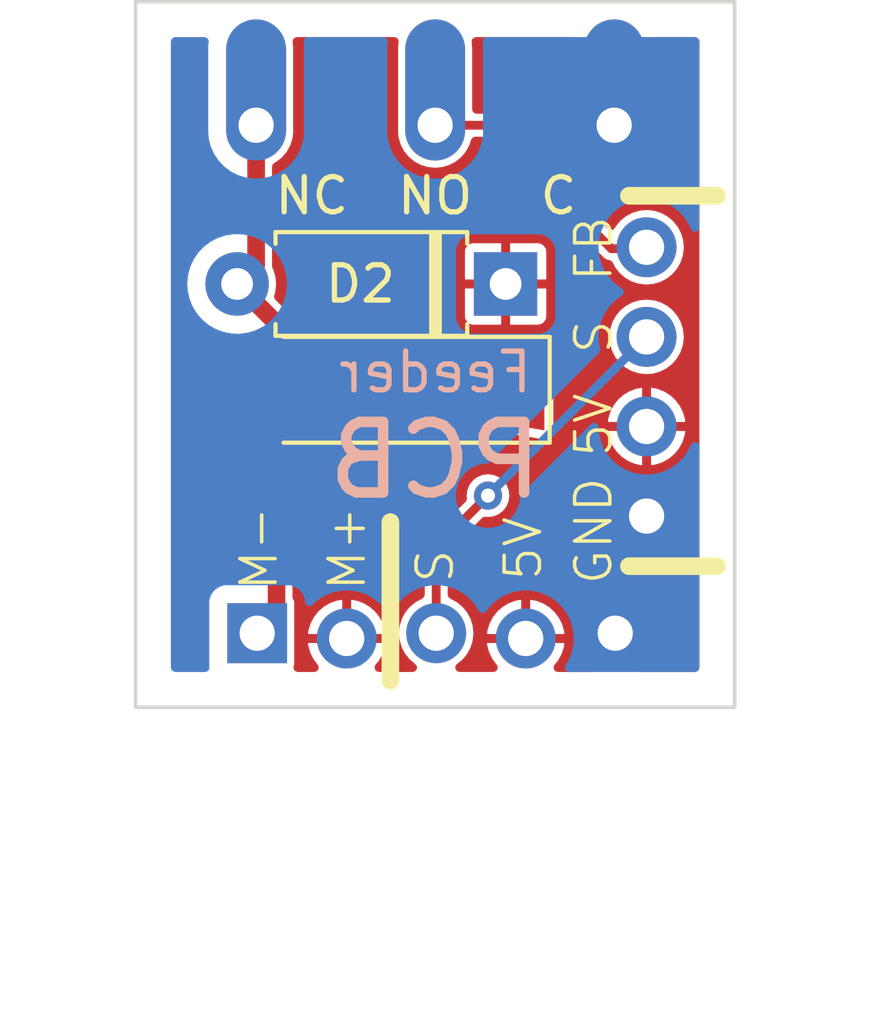
<source format=kicad_pcb>
(kicad_pcb (version 20211014) (generator pcbnew)
  (layers (0 "F.Cu" signal) (31 "B.Cu" signal) (34 "B.Paste" user) (35 "F.Paste" user) (36 "B.SilkS" user "B.Silkscreen") (37 "F.SilkS" user "F.Silkscreen") (38 "B.Mask" user) (39 "F.Mask" user) (44 "Edge.Cuts" user))
  (net 0 "")
  (net 1 "GND")
  (net 2 "+5V")
  (net 3 "/N20-GND")
  (net 4 "/SERVO")
  (net 5 "/FEEDBACK")
  (footprint "Diode_THT:D_A-405_P7.62mm_Horizontal" (layer "F.Cu") (at 150 88 180)
    (fp_text reference "D2" (at 4.12 0) (layer "F.SilkS"))
    (fp_text value "1N4001")
    (fp_line (start 1.87 -1.47) (end 1.87 1.47) (layer "F.SilkS") (width 0.12))
    (fp_line (start 6.53 1.47) (end 6.53 1.14) (layer "F.SilkS") (width 0.12))
    (fp_line (start 6.53 -1.47) (end 6.53 -1.14) (layer "F.SilkS") (width 0.12))
    (fp_line (start 2.11 -1.47) (end 2.11 1.47) (layer "F.SilkS") (width 0.12))
    (fp_line (start 1.09 -1.14) (end 1.09 -1.47) (layer "F.SilkS") (width 0.12))
    (fp_line (start 1.09 1.47) (end 6.53 1.47) (layer "F.SilkS") (width 0.12))
    (fp_line (start 1.99 -1.47) (end 1.99 1.47) (layer "F.SilkS") (width 0.12))
    (fp_line (start 1.09 1.14) (end 1.09 1.47) (layer "F.SilkS") (width 0.12))
    (fp_line (start 1.09 -1.47) (end 6.53 -1.47) (layer "F.SilkS") (width 0.12))
    (pad "1" thru_hole rect (at 0 0 180) (size 1.8 1.8) (drill 0.9) (layers *.Cu *.Mask) (net 2 "+5V"))
    (pad "2" thru_hole oval (at 7.62 0 180) (size 1.8 1.8) (drill 0.9) (layers *.Cu *.Mask) (net 3 "/N20-GND"))
  )
  (footprint "Microswitch:Microswitch" (layer "F.Cu") (at 153.08 83.5 -90)
    (fp_text reference "SW1" hide)
    (fp_text value "SW_SPDT")
    (fp_text user "NO" (at 2 5.08 unlocked) (layer "F.SilkS"))
    (fp_text user "NC" (at 2 8.58 unlocked) (layer "F.SilkS"))
    (fp_text user "C" (at 2 1.58 unlocked) (layer "F.SilkS"))
    (pad "1" thru_hole oval (at 0 10.16 270) (size 4 1.7) (drill 1 (offset -1 0)) (layers *.Cu *.Mask) (net 3 "/N20-GND"))
    (pad "2" thru_hole oval (at 0 0 270) (size 4 1.7) (drill 1 (offset -1 0)) (layers *.Cu *.Mask) (net 1 "GND"))
    (pad "3" thru_hole oval (at 0 5.08 270) (size 4 1.7) (drill 1 (offset -1 0)) (layers *.Cu *.Mask) (net 5 "/FEEDBACK"))
  )
  (footprint "PinsClean:PinSocket_1x04_P2.54mm_Vertical_Clean" (layer "F.Cu") (at 154 94.58 180)
    (fp_text reference "J4" hide)
    (fp_text value "Conn_01x04")
    (pad "1" thru_hole rect (at 0 0 180) (size 1.7 1.7) (drill 1) (layers *.Cu *.Mask) (net 1 "GND"))
    (pad "2" thru_hole oval (at 0 2.54 180) (size 1.7 1.7) (drill 1) (layers *.Cu *.Mask) (net 2 "+5V"))
    (pad "3" thru_hole oval (at 0 5.08 180) (size 1.7 1.7) (drill 1) (layers *.Cu *.Mask) (net 4 "/SERVO"))
    (pad "4" thru_hole oval (at 0 7.62 180) (size 1.7 1.7) (drill 1) (layers *.Cu *.Mask) (net 5 "/FEEDBACK"))
  )
  (footprint "Diode_SMD:D_SMA-SMB_Universal_Handsoldering" (layer "F.Cu") (at 146.4 91 180)
    (fp_text reference "D1" hide)
    (fp_text value "1N4001")
    (fp_line (start -4.85 1.5) (end 2.7 1.5) (layer "F.SilkS") (width 0.12))
    (fp_line (start -4.85 -1.5) (end -4.85 1.5) (layer "F.SilkS") (width 0.12))
    (fp_line (start -4.85 -1.5) (end 2.7 -1.5) (layer "F.SilkS") (width 0.12))
    (pad "1" smd trapezoid (at -2.9 0 180) (size 3.6 1.7) (rect_delta 0.6 0) (layers "F.Cu" "F.Paste" "F.Mask") (net 2 "+5V"))
    (pad "2" smd trapezoid (at 2.9 0) (size 3.6 1.7) (rect_delta 0.6 0) (layers "F.Cu" "F.Paste" "F.Mask") (net 3 "/N20-GND"))
  )
  (footprint "PinsClean:PinSocket_1x05_P2.54mm_Vertical_Clean_Locking" (layer "F.Cu") (at 142.95 97.975 90)
    (fp_text reference "J1" hide)
    (fp_text value "Conn_01x05")
    (pad "1" thru_hole rect (at 0.075 0 90) (size 1.7 1.7) (drill 1) (layers *.Cu *.Mask) (net 3 "/N20-GND"))
    (pad "2" thru_hole oval (at -0.075 2.54 90) (size 1.7 1.7) (drill 1) (layers *.Cu *.Mask) (net 2 "+5V"))
    (pad "3" thru_hole oval (at 0.075 5.08 90) (size 1.7 1.7) (drill 1) (layers *.Cu *.Mask) (net 4 "/SERVO"))
    (pad "4" thru_hole oval (at -0.075 7.62 90) (size 1.7 1.7) (drill 1) (layers *.Cu *.Mask) (net 2 "+5V"))
    (pad "5" thru_hole oval (at 0.075 10.16 90) (size 1.7 1.7) (drill 1) (layers *.Cu *.Mask) (net 1 "GND"))
  )
  (gr_line (start 156 96) (end 153.5 96) (layer "F.SilkS") (width 0.5))
  (gr_line (start 156 85.5) (end 153.5 85.5) (layer "F.SilkS") (width 0.5))
  (gr_line (start 146.73 99.25) (end 146.73 94.75) (layer "F.SilkS") (width 0.5))
  (gr_rect (start 139.5 80) (end 156.5 100) (layer "Edge.Cuts") (width 0.1) (fill none))
  (gr_text "Feeder" (at 148 90.5) (layer "B.SilkS") (effects (font (size 1.1 1.1)) (justify mirror)))
  (gr_text "PCB" (at 148 93) (layer "B.SilkS") (effects (font (size 2 2) (thickness 0.3)) (justify mirror)))
  (gr_text "5V" (at 150.5 95.5 90) (layer "F.SilkS") (effects (font (size 1 1) (thickness 0.1))))
  (gr_text "S" (at 148 96 90) (layer "F.SilkS") (effects (font (size 1 1) (thickness 0.1))))
  (gr_text "5V" (at 152.5 92 90) (layer "F.SilkS") (effects (font (size 1 1) (thickness 0.1))))
  (gr_text "FB" (at 152.5 87 90) (layer "F.SilkS") (effects (font (size 1 1) (thickness 0.1))))
  (gr_text "S" (at 152.5 89.5 90) (layer "F.SilkS") (effects (font (size 1 1) (thickness 0.1))))
  (gr_text "GND" (at 152.5 95 90) (layer "F.SilkS") (effects (font (size 1 1) (thickness 0.1))))
  (gr_text "M+" (at 145.5 95.5 90) (layer "F.SilkS") (effects (font (size 1 1) (thickness 0.1))))
  (gr_text "M-" (at 143 95.5 90) (layer "F.SilkS") (effects (font (size 1 1) (thickness 0.1))))
  (segment (start 143.5 91) (end 143.5 89.12) (width 0.5) (layer "F.Cu") (net 3))
  (segment (start 143.5 97.42) (end 142.92 98) (width 0.5) (layer "F.Cu") (net 3))
  (segment (start 143.5 91) (end 143.5 97.35) (width 0.5) (layer "F.Cu") (net 3))
  (segment (start 142.92 83.5) (end 142.92 87.46) (width 0.5) (layer "F.Cu") (net 3))
  (segment (start 143.5 97.35) (end 142.95 97.9) (width 0.5) (layer "F.Cu") (net 3))
  (segment (start 142.92 87.46) (end 142.38 88) (width 0.5) (layer "F.Cu") (net 3))
  (segment (start 143.5 89.12) (end 142.38 88) (width 0.5) (layer "F.Cu") (net 3))
  (segment (start 149.5 94) (end 148.03 95.47) (width 0.25) (layer "F.Cu") (net 4))
  (segment (start 148.03 95.47) (end 148.03 97.9) (width 0.25) (layer "F.Cu") (net 4))
  (via (at 149.5 94) (size 0.8) (drill 0.4) (layers "F.Cu" "B.Cu") (net 4))
  (segment (start 154 89.5) (end 149.5 94) (width 0.25) (layer "B.Cu") (net 4))
  (segment (start 148 83.5) (end 149.5 83.5) (width 0.25) (layer "F.Cu") (net 5))
  (segment (start 153 87) (end 153.96 87) (width 0.25) (layer "F.Cu") (net 5))
  (segment (start 149.5 83.5) (end 153 87) (width 0.25) (layer "F.Cu") (net 5))
  (segment (start 153.96 87) (end 154 86.96) (width 0.25) (layer "F.Cu") (net 5))
  (zone (net 2) (net_name "+5V") (layer "F.Cu") (connect_pads (clearance 0)) (min_thickness 0.254) (fill yes (thermal_gap 0.254) (thermal_bridge_width 0.254))
    (polygon (pts (xy 155.5 99) (xy 140.5 99) (xy 140.5 81) (xy 155.5 81)))
  )
  (zone (net 1) (net_name "GND") (layer "B.Cu") (connect_pads yes (clearance 0.508)) (min_thickness 0.254) (fill yes (thermal_gap 0.254) (thermal_bridge_width 0.254))
    (polygon (pts (xy 155.5 99) (xy 140.5 99) (xy 140.5 81) (xy 155.5 81)))
  )
)
</source>
